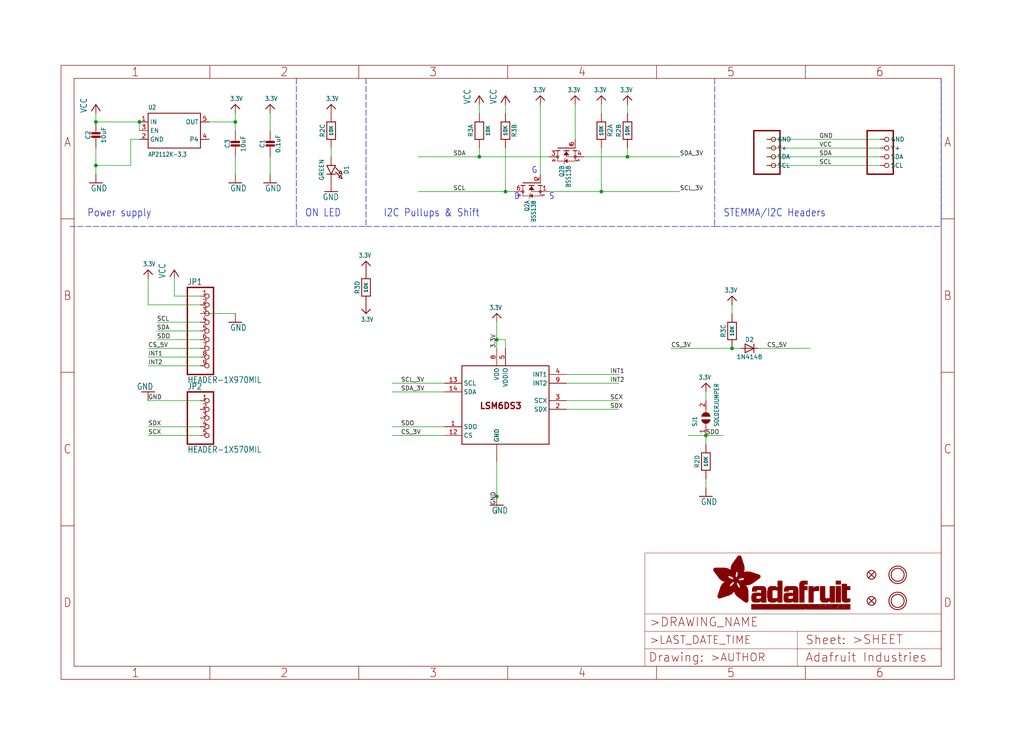
<source format=kicad_sch>
(kicad_sch (version 20211123) (generator eeschema)
  (paper "User" 298.45 217.881)
  (lib_symbols
    (symbol "eagleSchem-eagle-import:3.3V" (power)
      (property "Value" "3.3V" (at -1.524 1.016 0))
      (symbol "3.3V_1_0"
        (pin power_in line (at 0 -2.54 90) (length 2.54) (name "3.3V") (number "1"))
      )
    )
    (symbol "eagleSchem-eagle-import:CAP_CERAMIC0603_NO"
      (property "Reference" "C" (at -2.29 1.25 90))
      (property "Value" "CAP_CERAMIC0603_NO" (at 2.3 1.25 90))
      (symbol "CAP_CERAMIC0603_NO_1_0"
        (pin passive line (at 0 5.08 270) (length 2.54) (name "1") (number "1"))
        (pin passive line (at 0 -2.54 90) (length 2.54) (name "2") (number "2"))
      )
    )
    (symbol "eagleSchem-eagle-import:CAP_CERAMIC0805-NOOUTLINE"
      (property "Reference" "C" (at -2.29 1.25 90))
      (property "Value" "CAP_CERAMIC0805-NOOUTLINE" (at 2.3 1.25 90))
      (symbol "CAP_CERAMIC0805-NOOUTLINE_1_0"
        (pin passive line (at 0 5.08 270) (length 2.54) (name "1") (number "1"))
        (pin passive line (at 0 -2.54 90) (length 2.54) (name "2") (number "2"))
      )
    )
    (symbol "eagleSchem-eagle-import:DIODESOD-323"
      (property "Reference" "D" (at 0 2.54 0))
      (property "Value" "DIODESOD-323" (at 0 -2.5 0))
      (symbol "DIODESOD-323_1_0"
        (pin passive line (at -2.54 0 0) (length 2.54) (name "A") (number "A"))
        (pin passive line (at 2.54 0 180) (length 2.54) (name "C") (number "C"))
      )
    )
    (symbol "eagleSchem-eagle-import:FIDUCIAL_1MM")
    (symbol "eagleSchem-eagle-import:FRAME_A4_ADAFRUIT"
      (symbol "FRAME_A4_ADAFRUIT_1_0"
        (text "1" (at 21.6958 1.905 0) (effects (font (size 2.54 2.286))))
        (text "1" (at 21.6958 177.165 0) (effects (font (size 2.54 2.286))))
        (text "2" (at 65.0875 1.905 0) (effects (font (size 2.54 2.286))))
        (text "2" (at 65.0875 177.165 0) (effects (font (size 2.54 2.286))))
        (text "3" (at 108.4792 1.905 0) (effects (font (size 2.54 2.286))))
        (text "3" (at 108.4792 177.165 0) (effects (font (size 2.54 2.286))))
        (text "4" (at 151.8708 1.905 0) (effects (font (size 2.54 2.286))))
        (text "4" (at 151.8708 177.165 0) (effects (font (size 2.54 2.286))))
        (text "5" (at 195.2625 1.905 0) (effects (font (size 2.54 2.286))))
        (text "5" (at 195.2625 177.165 0) (effects (font (size 2.54 2.286))))
        (text "6" (at 238.6542 1.905 0) (effects (font (size 2.54 2.286))))
        (text "6" (at 238.6542 177.165 0) (effects (font (size 2.54 2.286))))
        (text ">AUTHOR" (at 189.23 5.08 0) (effects (font (size 2.286 2.286)) (justify left bottom)))
        (text ">DRAWING_NAME" (at 171.45 15.24 0) (effects (font (size 2.54 2.54)) (justify left bottom)))
        (text ">LAST_DATE_TIME" (at 171.45 10.16 0) (effects (font (size 2.286 2.286)) (justify left bottom)))
        (text ">SHEET" (at 230.505 10.16 0) (effects (font (size 2.54 2.54)) (justify left bottom)))
        (text "A" (at 1.905 156.6863 0) (effects (font (size 2.54 2.286))))
        (text "A" (at 258.445 156.6863 0) (effects (font (size 2.54 2.286))))
        (text "Adafruit Industries" (at 216.916 4.953 0) (effects (font (size 2.54 2.54)) (justify left bottom)))
        (text "B" (at 1.905 111.9188 0) (effects (font (size 2.54 2.286))))
        (text "B" (at 258.445 111.9188 0) (effects (font (size 2.54 2.286))))
        (text "C" (at 1.905 67.1513 0) (effects (font (size 2.54 2.286))))
        (text "C" (at 258.445 67.1513 0) (effects (font (size 2.54 2.286))))
        (text "D" (at 1.905 22.3838 0) (effects (font (size 2.54 2.286))))
        (text "D" (at 258.445 22.3838 0) (effects (font (size 2.54 2.286))))
        (text "Drawing:" (at 171.196 4.953 0) (effects (font (size 2.54 2.54)) (justify left bottom)))
        (text "Sheet:" (at 216.916 10.033 0) (effects (font (size 2.54 2.54)) (justify left bottom)))
      )
    )
    (symbol "eagleSchem-eagle-import:GND" (power)
      (property "Value" "GND" (at -2.54 -2.54 0))
      (symbol "GND_1_0"
        (pin power_in line (at 0 2.54 270) (length 2.54) (name "GND") (number "1"))
      )
    )
    (symbol "eagleSchem-eagle-import:HEADER-1X570MIL"
      (property "Reference" "JP" (at -6.35 8.255 0))
      (property "Value" "HEADER-1X570MIL" (at -6.35 -10.16 0))
      (symbol "HEADER-1X570MIL_1_0"
        (pin passive inverted (at -2.54 5.08 0) (length 2.54) (name "1") (number "1"))
        (pin passive inverted (at -2.54 2.54 0) (length 2.54) (name "2") (number "2"))
        (pin passive inverted (at -2.54 0 0) (length 2.54) (name "3") (number "3"))
        (pin passive inverted (at -2.54 -2.54 0) (length 2.54) (name "4") (number "4"))
        (pin passive inverted (at -2.54 -5.08 0) (length 2.54) (name "5") (number "5"))
      )
    )
    (symbol "eagleSchem-eagle-import:HEADER-1X970MIL"
      (property "Reference" "JP" (at -6.35 13.335 0))
      (property "Value" "HEADER-1X970MIL" (at -6.35 -15.24 0))
      (symbol "HEADER-1X970MIL_1_0"
        (pin passive inverted (at -2.54 10.16 0) (length 2.54) (name "1") (number "1"))
        (pin passive inverted (at -2.54 7.62 0) (length 2.54) (name "2") (number "2"))
        (pin passive inverted (at -2.54 5.08 0) (length 2.54) (name "3") (number "3"))
        (pin passive inverted (at -2.54 2.54 0) (length 2.54) (name "4") (number "4"))
        (pin passive inverted (at -2.54 0 0) (length 2.54) (name "5") (number "5"))
        (pin passive inverted (at -2.54 -2.54 0) (length 2.54) (name "6") (number "6"))
        (pin passive inverted (at -2.54 -5.08 0) (length 2.54) (name "7") (number "7"))
        (pin passive inverted (at -2.54 -7.62 0) (length 2.54) (name "8") (number "8"))
        (pin passive inverted (at -2.54 -10.16 0) (length 2.54) (name "9") (number "9"))
      )
    )
    (symbol "eagleSchem-eagle-import:LED0603_NOOUTLINE"
      (property "Reference" "D" (at -1.27 4.445 0))
      (property "Value" "LED0603_NOOUTLINE" (at -1.27 -2.794 0))
      (symbol "LED0603_NOOUTLINE_1_0"
        (pin passive line (at -5.08 0 0) (length 2.54) (name "A") (number "A"))
        (pin passive line (at 2.54 0 180) (length 2.54) (name "C") (number "C"))
      )
    )
    (symbol "eagleSchem-eagle-import:LSM6DS3"
      (symbol "LSM6DS3_1_0"
        (text "LSM6DS3" (at -5.08 -2.54 0) (effects (font (size 1.778 1.778) (thickness 0.3556) bold) (justify left bottom)))
        (pin bidirectional line (at -15.24 -7.62 0) (length 5.08) (name "SDO") (number "1"))
        (pin bidirectional line (at -15.24 -10.16 0) (length 5.08) (name "CS") (number "12"))
        (pin bidirectional line (at -15.24 5.08 0) (length 5.08) (name "SCL") (number "13"))
        (pin bidirectional line (at -15.24 2.54 0) (length 5.08) (name "SDA") (number "14"))
        (pin bidirectional line (at 20.32 -2.54 180) (length 5.08) (name "SDX") (number "2"))
        (pin bidirectional line (at 20.32 0 180) (length 5.08) (name "SCX") (number "3"))
        (pin bidirectional line (at 20.32 7.62 180) (length 5.08) (name "INT1") (number "4"))
        (pin power_in line (at 2.54 15.24 270) (length 5.08) (name "VDDIO") (number "5"))
        (pin power_in line (at 0 -17.78 90) (length 5.08) (name "GND") (number "6"))
        (pin power_in line (at 0 -17.78 90) (length 5.08) (name "GND") (number "7"))
        (pin power_in line (at 0 15.24 270) (length 5.08) (name "VDD") (number "8"))
        (pin bidirectional line (at 20.32 5.08 180) (length 5.08) (name "INT2") (number "9"))
      )
    )
    (symbol "eagleSchem-eagle-import:MOSFET-N_DUAL"
      (property "Reference" "Q" (at 5.08 0.635 0))
      (property "Value" "MOSFET-N_DUAL" (at 5.08 -1.27 0))
      (symbol "MOSFET-N_DUAL_1_0"
        (text "D" (at 3.175 3.175 0) (effects (font (size 0.8128 0.6908)) (justify left bottom)))
        (text "G" (at -1.27 -1.905 0) (effects (font (size 0.8128 0.6908)) (justify left bottom)))
        (text "S" (at 3.175 -3.81 0) (effects (font (size 0.8128 0.6908)) (justify left bottom)))
        (pin bidirectional line (at 2.54 -5.08 90) (length 2.54) (name "S") (number "1"))
        (pin bidirectional line (at -2.54 -2.54 0) (length 2.54) (name "G") (number "2"))
        (pin bidirectional line (at 2.54 5.08 270) (length 2.54) (name "D") (number "6"))
      )
      (symbol "MOSFET-N_DUAL_2_0"
        (text "D" (at 3.175 3.175 0) (effects (font (size 0.8128 0.6908)) (justify left bottom)))
        (text "G" (at -1.27 -1.905 0) (effects (font (size 0.8128 0.6908)) (justify left bottom)))
        (text "S" (at 3.175 -3.81 0) (effects (font (size 0.8128 0.6908)) (justify left bottom)))
        (pin bidirectional line (at 2.54 5.08 270) (length 2.54) (name "D") (number "3"))
        (pin bidirectional line (at 2.54 -5.08 90) (length 2.54) (name "S") (number "4"))
        (pin bidirectional line (at -2.54 -2.54 0) (length 2.54) (name "G") (number "5"))
      )
    )
    (symbol "eagleSchem-eagle-import:MOUNTINGHOLE2.5")
    (symbol "eagleSchem-eagle-import:RESISTOR_4PACK"
      (property "Reference" "R" (at 0 2.54 0))
      (property "Value" "RESISTOR_4PACK" (at 0 0 0))
      (symbol "RESISTOR_4PACK_1_0"
        (pin passive line (at -5.08 0 0) (length 2.54) (name "1") (number "1"))
        (pin passive line (at 5.08 0 180) (length 2.54) (name "2") (number "8"))
      )
      (symbol "RESISTOR_4PACK_2_0"
        (pin passive line (at -5.08 0 0) (length 2.54) (name "1") (number "2"))
        (pin passive line (at 5.08 0 180) (length 2.54) (name "2") (number "7"))
      )
      (symbol "RESISTOR_4PACK_3_0"
        (pin passive line (at -5.08 0 0) (length 2.54) (name "1") (number "3"))
        (pin passive line (at 5.08 0 180) (length 2.54) (name "2") (number "6"))
      )
      (symbol "RESISTOR_4PACK_4_0"
        (pin passive line (at -5.08 0 0) (length 2.54) (name "1") (number "4"))
        (pin passive line (at 5.08 0 180) (length 2.54) (name "2") (number "5"))
      )
    )
    (symbol "eagleSchem-eagle-import:SOLDERJUMPER"
      (property "Reference" "SJ" (at -2.54 2.54 0))
      (property "Value" "SOLDERJUMPER" (at -2.54 -3.81 0))
      (symbol "SOLDERJUMPER_1_0"
        (pin passive line (at -5.08 0 0) (length 2.54) (name "1") (number "1"))
        (pin passive line (at 5.08 0 180) (length 2.54) (name "2") (number "2"))
      )
    )
    (symbol "eagleSchem-eagle-import:STEMMA_I2C_QT"
      (symbol "STEMMA_I2C_QT_1_0"
        (pin passive inverted (at 0 5.08 0) (length 2.54) (name "GND") (number "1"))
        (pin passive inverted (at 0 2.54 0) (length 2.54) (name "V+") (number "2"))
        (pin passive inverted (at 0 0 0) (length 2.54) (name "SDA") (number "3"))
        (pin passive inverted (at 0 -2.54 0) (length 2.54) (name "SCL") (number "4"))
      )
      (symbol "STEMMA_I2C_QT_2_0"
        (pin bidirectional line (at 0 0 0) (length 5.08) (name "MT") (number "MT1"))
      )
      (symbol "STEMMA_I2C_QT_3_0"
        (pin bidirectional line (at 0 0 0) (length 5.08) (name "MT") (number "MT2"))
      )
    )
    (symbol "eagleSchem-eagle-import:VCC" (power)
      (property "Value" "VCC" (at -2.54 -2.54 90))
      (symbol "VCC_1_0"
        (pin power_in line (at 0 -2.54 90) (length 2.54) (name "VCC") (number "1"))
      )
    )
    (symbol "eagleSchem-eagle-import:VREG_SOT23-5"
      (property "Reference" "U" (at -7.62 6.096 0))
      (property "Value" "VREG_SOT23-5" (at -7.62 -7.62 0))
      (symbol "VREG_SOT23-5_1_0"
        (pin power_in line (at -10.16 2.54 0) (length 2.54) (name "IN") (number "1"))
        (pin power_in line (at -10.16 -2.54 0) (length 2.54) (name "GND") (number "2"))
        (pin input line (at -10.16 0 0) (length 2.54) (name "EN") (number "3"))
        (pin bidirectional line (at 10.16 -2.54 180) (length 2.54) (name "P4") (number "4"))
        (pin power_in line (at 10.16 2.54 180) (length 2.54) (name "OUT") (number "5"))
      )
    )
  )
  (junction (at 68.58 35.56))
  (junction (at 182.88 45.72))
  (junction (at 205.74 127))
  (junction (at 27.94 48.26))
  (junction (at 144.78 144.78))
  (junction (at 147.32 55.88))
  (junction (at 139.7 45.72))
  (junction (at 144.78 99.06))
  (junction (at 40.64 35.56))
  (junction (at 27.94 35.56))
  (junction (at 213.36 101.6))
  (junction (at 175.26 55.88))
  (wire (pts (xy 215.9 101.6) (xy 213.36 101.6)))
  (wire (pts (xy 256.54 45.72) (xy 223.52 45.72)))
  (wire (pts (xy 27.94 48.26) (xy 27.94 50.8)))
  (wire (pts (xy 175.26 55.88) (xy 198.12 55.88)))
  (polyline (pts (xy 86.36 66.04) (xy 106.68 66.04)))
  (wire (pts (xy 223.52 48.26) (xy 256.54 48.26)))
  (wire (pts (xy 220.98 101.6) (xy 236.22 101.6)))
  (wire (pts (xy 38.1 48.26) (xy 27.94 48.26)))
  (wire (pts (xy 175.26 33.02) (xy 175.26 30.48)))
  (wire (pts (xy 58.42 96.52) (xy 45.72 96.52)))
  (wire (pts (xy 50.8 86.36) (xy 50.8 81.28)))
  (wire (pts (xy 40.64 38.1) (xy 40.64 35.56)))
  (polyline (pts (xy 106.68 22.86) (xy 106.68 66.04)))
  (wire (pts (xy 58.42 99.06) (xy 45.72 99.06)))
  (wire (pts (xy 205.74 129.54) (xy 205.74 127)))
  (wire (pts (xy 144.78 144.78) (xy 144.78 149.86)))
  (wire (pts (xy 205.74 127) (xy 210.82 127)))
  (polyline (pts (xy 208.28 66.04) (xy 274.32 66.04)))
  (wire (pts (xy 40.64 40.64) (xy 38.1 40.64)))
  (wire (pts (xy 129.54 111.76) (xy 114.3 111.76)))
  (wire (pts (xy 139.7 45.72) (xy 121.92 45.72)))
  (wire (pts (xy 182.88 45.72) (xy 198.12 45.72)))
  (wire (pts (xy 27.94 33.02) (xy 27.94 35.56)))
  (wire (pts (xy 68.58 35.56) (xy 68.58 33.02)))
  (wire (pts (xy 182.88 33.02) (xy 182.88 30.48)))
  (wire (pts (xy 58.42 91.44) (xy 68.58 91.44)))
  (wire (pts (xy 27.94 48.26) (xy 27.94 43.18)))
  (wire (pts (xy 60.96 35.56) (xy 68.58 35.56)))
  (wire (pts (xy 58.42 88.9) (xy 43.18 88.9)))
  (wire (pts (xy 78.74 33.02) (xy 78.74 38.1)))
  (wire (pts (xy 43.18 88.9) (xy 43.18 81.28)))
  (wire (pts (xy 165.1 111.76) (xy 180.34 111.76)))
  (wire (pts (xy 182.88 43.18) (xy 182.88 45.72)))
  (wire (pts (xy 58.42 101.6) (xy 43.18 101.6)))
  (wire (pts (xy 205.74 142.24) (xy 205.74 139.7)))
  (wire (pts (xy 165.1 119.38) (xy 180.34 119.38)))
  (wire (pts (xy 160.02 55.88) (xy 175.26 55.88)))
  (wire (pts (xy 167.64 40.64) (xy 167.64 30.48)))
  (wire (pts (xy 147.32 43.18) (xy 147.32 55.88)))
  (wire (pts (xy 68.58 35.56) (xy 68.58 38.1)))
  (wire (pts (xy 96.52 45.72) (xy 96.52 43.18)))
  (wire (pts (xy 139.7 43.18) (xy 139.7 45.72)))
  (wire (pts (xy 175.26 43.18) (xy 175.26 55.88)))
  (wire (pts (xy 58.42 104.14) (xy 43.18 104.14)))
  (wire (pts (xy 256.54 40.64) (xy 223.52 40.64)))
  (wire (pts (xy 223.52 43.18) (xy 256.54 43.18)))
  (wire (pts (xy 139.7 33.02) (xy 139.7 30.48)))
  (wire (pts (xy 40.64 35.56) (xy 27.94 35.56)))
  (wire (pts (xy 160.02 45.72) (xy 139.7 45.72)))
  (polyline (pts (xy 208.28 22.86) (xy 208.28 66.04)))
  (wire (pts (xy 213.36 91.44) (xy 213.36 88.9)))
  (wire (pts (xy 129.54 124.46) (xy 114.3 124.46)))
  (wire (pts (xy 58.42 116.84) (xy 43.18 116.84)))
  (polyline (pts (xy 20.32 66.04) (xy 86.36 66.04)))
  (wire (pts (xy 147.32 33.02) (xy 147.32 30.48)))
  (wire (pts (xy 147.32 101.6) (xy 147.32 99.06)))
  (wire (pts (xy 170.18 45.72) (xy 182.88 45.72)))
  (wire (pts (xy 157.48 50.8) (xy 157.48 30.48)))
  (wire (pts (xy 144.78 134.62) (xy 144.78 144.78)))
  (wire (pts (xy 144.78 99.06) (xy 144.78 93.98)))
  (wire (pts (xy 165.1 109.22) (xy 180.34 109.22)))
  (wire (pts (xy 38.1 40.64) (xy 38.1 48.26)))
  (wire (pts (xy 165.1 116.84) (xy 180.34 116.84)))
  (wire (pts (xy 205.74 127) (xy 200.66 127)))
  (wire (pts (xy 213.36 101.6) (xy 195.58 101.6)))
  (polyline (pts (xy 274.32 22.86) (xy 274.32 66.04)))
  (wire (pts (xy 58.42 93.98) (xy 45.72 93.98)))
  (wire (pts (xy 149.86 55.88) (xy 147.32 55.88)))
  (wire (pts (xy 205.74 116.84) (xy 205.74 114.3)))
  (wire (pts (xy 68.58 45.72) (xy 68.58 50.8)))
  (wire (pts (xy 147.32 99.06) (xy 144.78 99.06)))
  (polyline (pts (xy 106.68 66.04) (xy 208.28 66.04)))
  (wire (pts (xy 58.42 127) (xy 43.18 127)))
  (wire (pts (xy 144.78 101.6) (xy 144.78 99.06)))
  (wire (pts (xy 43.18 106.68) (xy 58.42 106.68)))
  (wire (pts (xy 129.54 127) (xy 114.3 127)))
  (wire (pts (xy 147.32 55.88) (xy 121.92 55.88)))
  (wire (pts (xy 58.42 124.46) (xy 43.18 124.46)))
  (polyline (pts (xy 86.36 22.86) (xy 86.36 66.04)))
  (wire (pts (xy 129.54 114.3) (xy 114.3 114.3)))
  (wire (pts (xy 78.74 45.72) (xy 78.74 50.8)))
  (wire (pts (xy 58.42 86.36) (xy 50.8 86.36)))
  (text "I2C Pullups & Shift" (at 111.76 63.5 180) (effects (font (size 2.1844 1.8567)) (justify left bottom)))
  (text "Power supply" (at 25.4 63.5 180) (effects (font (size 2.1844 1.8567)) (justify left bottom)))
  (text "S" (at 160.02 58.42 180) (effects (font (size 1.778 1.5113)) (justify left bottom)))
  (text "D" (at 149.86 58.42 180) (effects (font (size 1.778 1.5113)) (justify left bottom)))
  (text "G" (at 154.94 50.8 180) (effects (font (size 1.778 1.5113)) (justify left bottom)))
  (text "ON LED" (at 88.9 63.5 180) (effects (font (size 2.1844 1.8567)) (justify left bottom)))
  (text "STEMMA/I2C Headers" (at 210.82 63.5 180) (effects (font (size 2.1844 1.8567)) (justify left bottom)))
  (label "SDO" (at 116.84 124.46 0) (effects (font (size 1.2446 1.2446))))
  (label "GND" (at 43.18 116.84 0) (effects (font (size 1.2446 1.2446))))
  (label "SCL_3V" (at 116.84 111.76 0) (effects (font (size 1.2446 1.2446))))
  (label "GND" (at 144.78 147.32 90) (effects (font (size 1.2446 1.2446))))
  (label "SCL" (at 132.08 55.88 0) (effects (font (size 1.2446 1.2446))))
  (label "SCL" (at 45.72 93.98 0) (effects (font (size 1.2446 1.2446))))
  (label "SCX" (at 43.18 127 0) (effects (font (size 1.2446 1.2446))))
  (label "SCL" (at 238.76 48.26 0) (effects (font (size 1.2446 1.2446))))
  (label "INT2" (at 43.18 106.68 0) (effects (font (size 1.2446 1.2446))))
  (label "SDX" (at 177.8 119.38 0) (effects (font (size 1.2446 1.2446))))
  (label "SDA" (at 45.72 96.52 0) (effects (font (size 1.2446 1.2446))))
  (label "SDO" (at 205.74 127 0) (effects (font (size 1.2446 1.2446))))
  (label "CS_5V" (at 223.52 101.6 0) (effects (font (size 1.2446 1.2446))))
  (label "SDA_3V" (at 198.12 45.72 0) (effects (font (size 1.2446 1.2446))))
  (label "SDO" (at 45.72 99.06 0) (effects (font (size 1.2446 1.2446))))
  (label "INT1" (at 177.8 109.22 0) (effects (font (size 1.2446 1.2446))))
  (label "SCX" (at 177.8 116.84 0) (effects (font (size 1.2446 1.2446))))
  (label "INT2" (at 177.8 111.76 0) (effects (font (size 1.2446 1.2446))))
  (label "VCC" (at 238.76 43.18 0) (effects (font (size 1.2446 1.2446))))
  (label "GND" (at 238.76 40.64 0) (effects (font (size 1.2446 1.2446))))
  (label "3.3V" (at 144.78 101.6 90) (effects (font (size 1.2446 1.2446))))
  (label "CS_5V" (at 43.18 101.6 0) (effects (font (size 1.2446 1.2446))))
  (label "CS_3V" (at 195.58 101.6 0) (effects (font (size 1.2446 1.2446))))
  (label "INT1" (at 43.18 104.14 0) (effects (font (size 1.2446 1.2446))))
  (label "SDA" (at 132.08 45.72 0) (effects (font (size 1.2446 1.2446))))
  (label "CS_3V" (at 116.84 127 0) (effects (font (size 1.2446 1.2446))))
  (label "SDA" (at 238.76 45.72 0) (effects (font (size 1.2446 1.2446))))
  (label "SCL_3V" (at 198.12 55.88 0) (effects (font (size 1.2446 1.2446))))
  (label "SDA_3V" (at 116.84 114.3 0) (effects (font (size 1.2446 1.2446))))
  (label "SDX" (at 43.18 124.46 0) (effects (font (size 1.2446 1.2446))))
  (symbol (lib_id "eagleSchem-eagle-import:FIDUCIAL_1MM") (at 254 175.26 0) (unit 1)
    (property "Reference" "FID3" (effects hide))
    (property "Value" "FIDUCIAL_1MM" (effects hide))
    (property "Footprint" "eagleSchem:FIDUCIAL_1MM" (effects hide))
  )
  (symbol (lib_id "eagleSchem-eagle-import:3.3V") (at 68.58 30.48 0) (unit 1)
    (property "Reference" "#U$15" (effects hide))
    (property "Value" "3.3V" (at 67.056 29.464 0) (effects (font (size 1.27 1.0795)) (justify left bottom)))
    (property "Footprint" "eagleSchem:" (effects hide))
  )
  (symbol (lib_id "eagleSchem-eagle-import:GND") (at 68.58 53.34 0) (unit 1)
    (property "Reference" "#U$5" (effects hide))
    (property "Value" "GND" (at 67.056 55.88 0) (effects (font (size 1.778 1.5113)) (justify left bottom)))
    (property "Footprint" "eagleSchem:" (effects hide))
  )
  (symbol (lib_id "eagleSchem-eagle-import:VCC") (at 27.94 30.48 0) (unit 1)
    (property "Reference" "#P+3" (effects hide))
    (property "Value" "VCC" (at 25.4 33.02 90) (effects (font (size 1.778 1.5113)) (justify left bottom)))
    (property "Footprint" "eagleSchem:" (effects hide))
  )
  (symbol (lib_id "eagleSchem-eagle-import:GND") (at 96.52 55.88 0) (unit 1)
    (property "Reference" "#GND6" (effects hide))
    (property "Value" "GND" (at 93.98 58.42 0) (effects (font (size 1.778 1.5113)) (justify left bottom)))
    (property "Footprint" "eagleSchem:" (effects hide))
  )
  (symbol (lib_id "eagleSchem-eagle-import:3.3V") (at 144.78 91.44 0) (mirror y) (unit 1)
    (property "Reference" "#U$4" (effects hide))
    (property "Value" "3.3V" (at 146.304 90.424 0) (effects (font (size 1.27 1.0795)) (justify left bottom)))
    (property "Footprint" "eagleSchem:" (effects hide))
  )
  (symbol (lib_id "eagleSchem-eagle-import:LSM6DS3") (at 144.78 116.84 0) (unit 1)
    (property "Reference" "U1" (effects hide))
    (property "Value" "LSM6DS3" (effects hide))
    (property "Footprint" "eagleSchem:LGA-14L" (effects hide))
  )
  (symbol (lib_id "eagleSchem-eagle-import:3.3V") (at 78.74 30.48 0) (unit 1)
    (property "Reference" "#U$14" (effects hide))
    (property "Value" "3.3V" (at 77.216 29.464 0) (effects (font (size 1.27 1.0795)) (justify left bottom)))
    (property "Footprint" "eagleSchem:" (effects hide))
  )
  (symbol (lib_id "eagleSchem-eagle-import:GND") (at 43.18 114.3 180) (unit 1)
    (property "Reference" "#U$22" (effects hide))
    (property "Value" "GND" (at 44.704 111.76 0) (effects (font (size 1.778 1.5113)) (justify left bottom)))
    (property "Footprint" "eagleSchem:" (effects hide))
  )
  (symbol (lib_id "eagleSchem-eagle-import:3.3V") (at 175.26 27.94 0) (mirror y) (unit 1)
    (property "Reference" "#U$24" (effects hide))
    (property "Value" "3.3V" (at 176.784 26.924 0) (effects (font (size 1.27 1.0795)) (justify left bottom)))
    (property "Footprint" "eagleSchem:" (effects hide))
  )
  (symbol (lib_id "eagleSchem-eagle-import:STEMMA_I2C_QT") (at 256.54 45.72 0) (unit 1)
    (property "Reference" "CONN4" (effects hide))
    (property "Value" "STEMMA_I2C_QT" (effects hide))
    (property "Footprint" "eagleSchem:JST_SH4" (effects hide))
  )
  (symbol (lib_id "eagleSchem-eagle-import:VCC") (at 139.7 27.94 0) (unit 1)
    (property "Reference" "#P+1" (effects hide))
    (property "Value" "VCC" (at 137.16 30.48 90) (effects (font (size 1.778 1.5113)) (justify left bottom)))
    (property "Footprint" "eagleSchem:" (effects hide))
  )
  (symbol (lib_id "eagleSchem-eagle-import:GND") (at 78.74 53.34 0) (unit 1)
    (property "Reference" "#U$6" (effects hide))
    (property "Value" "GND" (at 77.216 55.88 0) (effects (font (size 1.778 1.5113)) (justify left bottom)))
    (property "Footprint" "eagleSchem:" (effects hide))
  )
  (symbol (lib_id "eagleSchem-eagle-import:HEADER-1X570MIL") (at 60.96 121.92 0) (unit 1)
    (property "Reference" "JP2" (at 54.61 113.665 0) (effects (font (size 1.778 1.5113)) (justify left bottom)))
    (property "Value" "HEADER-1X570MIL" (at 54.61 132.08 0) (effects (font (size 1.778 1.5113)) (justify left bottom)))
    (property "Footprint" "eagleSchem:1X05_ROUND_70" (effects hide))
  )
  (symbol (lib_id "eagleSchem-eagle-import:CAP_CERAMIC0805-NOOUTLINE") (at 68.58 43.18 0) (unit 1)
    (property "Reference" "C3" (at 66.29 41.93 90))
    (property "Value" "10uF" (at 70.88 41.93 90))
    (property "Footprint" "eagleSchem:0805-NO" (effects hide))
  )
  (symbol (lib_id "eagleSchem-eagle-import:VREG_SOT23-5") (at 50.8 38.1 0) (unit 1)
    (property "Reference" "U2" (at 43.18 32.004 0) (effects (font (size 1.27 1.0795)) (justify left bottom)))
    (property "Value" "AP2112K-3.3" (at 43.18 45.72 0) (effects (font (size 1.27 1.0795)) (justify left bottom)))
    (property "Footprint" "eagleSchem:SOT23-5" (effects hide))
  )
  (symbol (lib_id "eagleSchem-eagle-import:RESISTOR_4PACK") (at 147.32 38.1 270) (mirror x) (unit 2)
    (property "Reference" "R3" (at 149.86 38.1 0))
    (property "Value" "10K" (at 147.32 38.1 0) (effects (font (size 1.016 1.016) bold)))
    (property "Footprint" "eagleSchem:RESPACK_4X0603" (effects hide))
  )
  (symbol (lib_id "eagleSchem-eagle-import:3.3V") (at 106.68 76.2 0) (mirror y) (unit 1)
    (property "Reference" "#U$19" (effects hide))
    (property "Value" "3.3V" (at 108.204 75.184 0) (effects (font (size 1.27 1.0795)) (justify left bottom)))
    (property "Footprint" "eagleSchem:" (effects hide))
  )
  (symbol (lib_id "eagleSchem-eagle-import:LED0603_NOOUTLINE") (at 96.52 50.8 270) (unit 1)
    (property "Reference" "D1" (at 100.965 49.53 0))
    (property "Value" "GREEN" (at 93.726 49.53 0))
    (property "Footprint" "eagleSchem:CHIPLED_0603_NOOUTLINE" (effects hide))
  )
  (symbol (lib_id "eagleSchem-eagle-import:FIDUCIAL_1MM") (at 254 167.64 0) (unit 1)
    (property "Reference" "FID4" (effects hide))
    (property "Value" "FIDUCIAL_1MM" (effects hide))
    (property "Footprint" "eagleSchem:FIDUCIAL_1MM" (effects hide))
  )
  (symbol (lib_id "eagleSchem-eagle-import:RESISTOR_4PACK") (at 213.36 96.52 90) (mirror x) (unit 3)
    (property "Reference" "R3" (at 210.82 96.52 0))
    (property "Value" "10K" (at 213.36 96.52 0) (effects (font (size 1.016 1.016) bold)))
    (property "Footprint" "eagleSchem:RESPACK_4X0603" (effects hide))
  )
  (symbol (lib_id "eagleSchem-eagle-import:RESISTOR_4PACK") (at 182.88 38.1 90) (mirror x) (unit 2)
    (property "Reference" "R2" (at 180.34 38.1 0))
    (property "Value" "10K" (at 182.88 38.1 0) (effects (font (size 1.016 1.016) bold)))
    (property "Footprint" "eagleSchem:RESPACK_4X0603" (effects hide))
  )
  (symbol (lib_id "eagleSchem-eagle-import:3.3V") (at 157.48 27.94 0) (mirror y) (unit 1)
    (property "Reference" "#U$26" (effects hide))
    (property "Value" "3.3V" (at 159.004 26.924 0) (effects (font (size 1.27 1.0795)) (justify left bottom)))
    (property "Footprint" "eagleSchem:" (effects hide))
  )
  (symbol (lib_id "eagleSchem-eagle-import:3.3V") (at 182.88 27.94 0) (mirror y) (unit 1)
    (property "Reference" "#U$7" (effects hide))
    (property "Value" "3.3V" (at 184.404 26.924 0) (effects (font (size 1.27 1.0795)) (justify left bottom)))
    (property "Footprint" "eagleSchem:" (effects hide))
  )
  (symbol (lib_id "eagleSchem-eagle-import:RESISTOR_4PACK") (at 139.7 38.1 90) (unit 1)
    (property "Reference" "R3" (at 137.16 38.1 0))
    (property "Value" "10K" (at 142.24 38.1 0) (effects (font (size 1.016 1.016) bold)))
    (property "Footprint" "eagleSchem:RESPACK_4X0603" (effects hide))
  )
  (symbol (lib_id "eagleSchem-eagle-import:3.3V") (at 167.64 27.94 0) (mirror y) (unit 1)
    (property "Reference" "#U$23" (effects hide))
    (property "Value" "3.3V" (at 169.164 26.924 0) (effects (font (size 1.27 1.0795)) (justify left bottom)))
    (property "Footprint" "eagleSchem:" (effects hide))
  )
  (symbol (lib_id "eagleSchem-eagle-import:3.3V") (at 96.52 30.48 0) (unit 1)
    (property "Reference" "#U$3" (effects hide))
    (property "Value" "3.3V" (at 94.996 29.464 0) (effects (font (size 1.27 1.0795)) (justify left bottom)))
    (property "Footprint" "eagleSchem:" (effects hide))
  )
  (symbol (lib_id "eagleSchem-eagle-import:HEADER-1X970MIL") (at 60.96 96.52 0) (unit 1)
    (property "Reference" "JP1" (at 54.61 83.185 0) (effects (font (size 1.778 1.5113)) (justify left bottom)))
    (property "Value" "HEADER-1X970MIL" (at 54.61 111.76 0) (effects (font (size 1.778 1.5113)) (justify left bottom)))
    (property "Footprint" "eagleSchem:1X09_ROUND_70" (effects hide))
  )
  (symbol (lib_id "eagleSchem-eagle-import:GND") (at 144.78 147.32 0) (unit 1)
    (property "Reference" "#U$8" (effects hide))
    (property "Value" "GND" (at 143.256 149.86 0) (effects (font (size 1.778 1.5113)) (justify left bottom)))
    (property "Footprint" "eagleSchem:" (effects hide))
  )
  (symbol (lib_id "eagleSchem-eagle-import:MOUNTINGHOLE2.5") (at 261.62 167.64 0) (unit 1)
    (property "Reference" "U$17" (effects hide))
    (property "Value" "MOUNTINGHOLE2.5" (effects hide))
    (property "Footprint" "eagleSchem:MOUNTINGHOLE_2.5_PLATED" (effects hide))
  )
  (symbol (lib_id "eagleSchem-eagle-import:GND") (at 205.74 144.78 0) (unit 1)
    (property "Reference" "#U$20" (effects hide))
    (property "Value" "GND" (at 204.216 147.32 0) (effects (font (size 1.778 1.5113)) (justify left bottom)))
    (property "Footprint" "eagleSchem:" (effects hide))
  )
  (symbol (lib_id "eagleSchem-eagle-import:3.3V") (at 43.18 78.74 0) (unit 1)
    (property "Reference" "#U$16" (effects hide))
    (property "Value" "3.3V" (at 41.656 77.724 0) (effects (font (size 1.27 1.0795)) (justify left bottom)))
    (property "Footprint" "eagleSchem:" (effects hide))
  )
  (symbol (lib_id "eagleSchem-eagle-import:SOLDERJUMPER") (at 205.74 121.92 90) (unit 1)
    (property "Reference" "SJ1" (at 203.2 124.46 0) (effects (font (size 1.27 1.0795)) (justify left bottom)))
    (property "Value" "SOLDERJUMPER" (at 209.55 124.46 0) (effects (font (size 1.27 1.0795)) (justify left bottom)))
    (property "Footprint" "eagleSchem:SOLDERJUMPER_ARROW_NOPASTE" (effects hide))
  )
  (symbol (lib_id "eagleSchem-eagle-import:RESISTOR_4PACK") (at 175.26 38.1 270) (unit 1)
    (property "Reference" "R2" (at 177.8 38.1 0))
    (property "Value" "10K" (at 175.26 38.1 0) (effects (font (size 1.016 1.016) bold)))
    (property "Footprint" "eagleSchem:RESPACK_4X0603" (effects hide))
  )
  (symbol (lib_id "eagleSchem-eagle-import:3.3V") (at 205.74 111.76 0) (mirror y) (unit 1)
    (property "Reference" "#U$11" (effects hide))
    (property "Value" "3.3V" (at 207.264 110.744 0) (effects (font (size 1.27 1.0795)) (justify left bottom)))
    (property "Footprint" "eagleSchem:" (effects hide))
  )
  (symbol (lib_id "eagleSchem-eagle-import:VCC") (at 147.32 27.94 0) (unit 1)
    (property "Reference" "#P+2" (effects hide))
    (property "Value" "VCC" (at 144.78 30.48 90) (effects (font (size 1.778 1.5113)) (justify left bottom)))
    (property "Footprint" "eagleSchem:" (effects hide))
  )
  (symbol (lib_id "eagleSchem-eagle-import:MOUNTINGHOLE2.5") (at 261.62 175.26 0) (unit 1)
    (property "Reference" "U$1" (effects hide))
    (property "Value" "MOUNTINGHOLE2.5" (effects hide))
    (property "Footprint" "eagleSchem:MOUNTINGHOLE_2.5_PLATED" (effects hide))
  )
  (symbol (lib_id "eagleSchem-eagle-import:GND") (at 27.94 53.34 0) (unit 1)
    (property "Reference" "#U$13" (effects hide))
    (property "Value" "GND" (at 26.416 55.88 0) (effects (font (size 1.778 1.5113)) (justify left bottom)))
    (property "Footprint" "eagleSchem:" (effects hide))
  )
  (symbol (lib_id "eagleSchem-eagle-import:RESISTOR_4PACK") (at 96.52 38.1 90) (unit 3)
    (property "Reference" "R2" (at 93.98 38.1 0))
    (property "Value" "10K" (at 96.52 38.1 0) (effects (font (size 1.016 1.016) bold)))
    (property "Footprint" "eagleSchem:RESPACK_4X0603" (effects hide))
  )
  (symbol (lib_id "eagleSchem-eagle-import:MOSFET-N_DUAL") (at 165.1 43.18 90) (mirror x) (unit 2)
    (property "Reference" "Q2" (at 164.465 48.26 0) (effects (font (size 1.27 1.0795)) (justify left bottom)))
    (property "Value" "BSS138" (at 166.37 48.26 0) (effects (font (size 1.27 1.0795)) (justify left bottom)))
    (property "Footprint" "eagleSchem:SOT363" (effects hide))
  )
  (symbol (lib_id "eagleSchem-eagle-import:GND") (at 68.58 93.98 0) (unit 1)
    (property "Reference" "#U$10" (effects hide))
    (property "Value" "GND" (at 67.056 96.52 0) (effects (font (size 1.778 1.5113)) (justify left bottom)))
    (property "Footprint" "eagleSchem:" (effects hide))
  )
  (symbol (lib_id "eagleSchem-eagle-import:CAP_CERAMIC0805-NOOUTLINE") (at 27.94 40.64 0) (unit 1)
    (property "Reference" "C2" (at 25.65 39.39 90))
    (property "Value" "10uF" (at 30.24 39.39 90))
    (property "Footprint" "eagleSchem:0805-NO" (effects hide))
  )
  (symbol (lib_id "eagleSchem-eagle-import:3.3V") (at 213.36 86.36 0) (mirror y) (unit 1)
    (property "Reference" "#U$12" (effects hide))
    (property "Value" "3.3V" (at 214.884 85.344 0) (effects (font (size 1.27 1.0795)) (justify left bottom)))
    (property "Footprint" "eagleSchem:" (effects hide))
  )
  (symbol (lib_id "eagleSchem-eagle-import:MOSFET-N_DUAL") (at 154.94 53.34 90) (mirror x) (unit 1)
    (property "Reference" "Q2" (at 154.305 58.42 0) (effects (font (size 1.27 1.0795)) (justify left bottom)))
    (property "Value" "BSS138" (at 156.21 58.42 0) (effects (font (size 1.27 1.0795)) (justify left bottom)))
    (property "Footprint" "eagleSchem:SOT363" (effects hide))
  )
  (symbol (lib_id "eagleSchem-eagle-import:VCC") (at 50.8 78.74 0) (unit 1)
    (property "Reference" "#P+4" (effects hide))
    (property "Value" "VCC" (at 48.26 81.28 90) (effects (font (size 1.778 1.5113)) (justify left bottom)))
    (property "Footprint" "eagleSchem:" (effects hide))
  )
  (symbol (lib_id "eagleSchem-eagle-import:FRAME_A4_ADAFRUIT") (at 17.78 198.12 0) (unit 1)
    (property "Reference" "#U$18" (effects hide))
    (property "Value" "FRAME_A4_ADAFRUIT" (effects hide))
    (property "Footprint" "eagleSchem:" (effects hide))
  )
  (symbol (lib_id "eagleSchem-eagle-import:DIODESOD-323") (at 218.44 101.6 0) (unit 1)
    (property "Reference" "D2" (at 218.44 99.06 0))
    (property "Value" "1N4148" (at 218.44 104.1 0))
    (property "Footprint" "eagleSchem:SOD-323" (effects hide))
  )
  (symbol (lib_id "eagleSchem-eagle-import:STEMMA_I2C_QT") (at 223.52 45.72 0) (unit 1)
    (property "Reference" "CONN3" (effects hide))
    (property "Value" "STEMMA_I2C_QT" (effects hide))
    (property "Footprint" "eagleSchem:JST_SH4" (effects hide))
  )
  (symbol (lib_id "eagleSchem-eagle-import:RESISTOR_4PACK") (at 205.74 134.62 90) (unit 4)
    (property "Reference" "R2" (at 203.2 134.62 0))
    (property "Value" "10K" (at 205.74 134.62 0) (effects (font (size 1.016 1.016) bold)))
    (property "Footprint" "eagleSchem:RESPACK_4X0603" (effects hide))
  )
  (symbol (lib_id "eagleSchem-eagle-import:RESISTOR_4PACK") (at 106.68 83.82 90) (unit 4)
    (property "Reference" "R3" (at 104.14 83.82 0))
    (property "Value" "10K" (at 106.68 83.82 0) (effects (font (size 1.016 1.016) bold)))
    (property "Footprint" "eagleSchem:RESPACK_4X0603" (effects hide))
  )
  (symbol (lib_id "eagleSchem-eagle-import:CAP_CERAMIC0603_NO") (at 78.74 43.18 0) (unit 1)
    (property "Reference" "C1" (at 76.45 41.93 90))
    (property "Value" "0.1uF" (at 81.04 41.93 90))
    (property "Footprint" "eagleSchem:0603-NO" (effects hide))
  )
  (symbol (lib_id "eagleSchem-eagle-import:3.3V") (at 106.68 91.44 0) (mirror x) (unit 1)
    (property "Reference" "#U$21" (effects hide))
    (property "Value" "3.3V" (at 105.156 92.456 0) (effects (font (size 1.27 1.0795)) (justify left bottom)))
    (property "Footprint" "eagleSchem:" (effects hide))
  )
)
</source>
